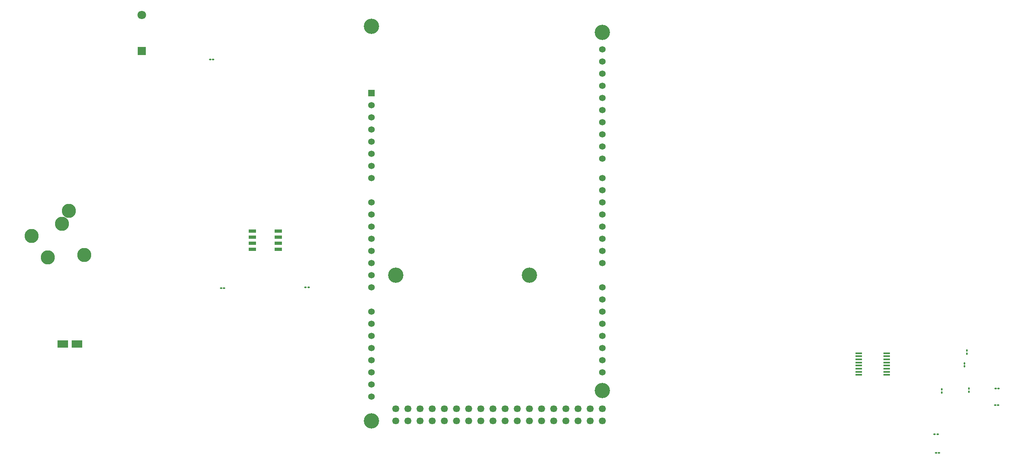
<source format=gbr>
%TF.GenerationSoftware,KiCad,Pcbnew,(7.0.0)*%
%TF.CreationDate,2023-04-07T11:52:31+02:00*%
%TF.ProjectId,projet codepo test,70726f6a-6574-4206-936f-6465706f2074,rev?*%
%TF.SameCoordinates,PX7414cc0PY6f80ec0*%
%TF.FileFunction,Soldermask,Top*%
%TF.FilePolarity,Negative*%
%FSLAX46Y46*%
G04 Gerber Fmt 4.6, Leading zero omitted, Abs format (unit mm)*
G04 Created by KiCad (PCBNEW (7.0.0)) date 2023-04-07 11:52:31*
%MOMM*%
%LPD*%
G01*
G04 APERTURE LIST*
G04 Aperture macros list*
%AMRoundRect*
0 Rectangle with rounded corners*
0 $1 Rounding radius*
0 $2 $3 $4 $5 $6 $7 $8 $9 X,Y pos of 4 corners*
0 Add a 4 corners polygon primitive as box body*
4,1,4,$2,$3,$4,$5,$6,$7,$8,$9,$2,$3,0*
0 Add four circle primitives for the rounded corners*
1,1,$1+$1,$2,$3*
1,1,$1+$1,$4,$5*
1,1,$1+$1,$6,$7*
1,1,$1+$1,$8,$9*
0 Add four rect primitives between the rounded corners*
20,1,$1+$1,$2,$3,$4,$5,0*
20,1,$1+$1,$4,$5,$6,$7,0*
20,1,$1+$1,$6,$7,$8,$9,0*
20,1,$1+$1,$8,$9,$2,$3,0*%
G04 Aperture macros list end*
%ADD10C,2.955000*%
%ADD11RoundRect,0.100000X0.130000X0.100000X-0.130000X0.100000X-0.130000X-0.100000X0.130000X-0.100000X0*%
%ADD12RoundRect,0.100000X-0.130000X-0.100000X0.130000X-0.100000X0.130000X0.100000X-0.130000X0.100000X0*%
%ADD13RoundRect,0.100000X0.100000X-0.130000X0.100000X0.130000X-0.100000X0.130000X-0.100000X-0.130000X0*%
%ADD14R,1.800000X1.800000*%
%ADD15C,1.800000*%
%ADD16R,1.475000X0.450000*%
%ADD17C,3.200000*%
%ADD18C,1.358000*%
%ADD19C,1.458000*%
%ADD20R,1.358000X1.358000*%
%ADD21R,2.200000X1.600000*%
%ADD22R,1.528000X0.650000*%
%ADD23RoundRect,0.100000X-0.100000X0.130000X-0.100000X-0.130000X0.100000X-0.130000X0.100000X0.130000X0*%
G04 APERTURE END LIST*
D10*
%TO.C,J1*%
X-68495000Y43795000D03*
X-60695000Y48995000D03*
X-62095000Y46295000D03*
X-57495000Y39795000D03*
X-65095000Y39295000D03*
%TD*%
D11*
%TO.C,R10*%
X120921000Y2270000D03*
X120281000Y2270000D03*
%TD*%
D12*
%TO.C,R8*%
X-31135000Y80720000D03*
X-30495000Y80720000D03*
%TD*%
D13*
%TO.C,R3*%
X121756000Y11030000D03*
X121756000Y11670000D03*
%TD*%
D12*
%TO.C,R7*%
X-28860000Y32845000D03*
X-28220000Y32845000D03*
%TD*%
D14*
%TO.C,TH1*%
X-45444999Y82469999D03*
D15*
X-45445000Y89970000D03*
%TD*%
D16*
%TO.C,IC2*%
X110305999Y14694999D03*
X110305999Y15344999D03*
X110305999Y15994999D03*
X110305999Y16644999D03*
X110305999Y17294999D03*
X110305999Y17944999D03*
X110305999Y18594999D03*
X110305999Y19244999D03*
X104429999Y19244999D03*
X104429999Y18594999D03*
X104429999Y17944999D03*
X104429999Y17294999D03*
X104429999Y16644999D03*
X104429999Y15994999D03*
X104429999Y15344999D03*
X104429999Y14694999D03*
%TD*%
D17*
%TO.C,Arduino1*%
X2540000Y87630000D03*
X2540000Y5080000D03*
X7620000Y35560000D03*
X35560000Y35560000D03*
X50800000Y86360000D03*
X50800000Y11430000D03*
D18*
X50800000Y38100000D03*
X50800000Y40640000D03*
X50800000Y43180000D03*
X50800000Y45720000D03*
X2540000Y66040000D03*
X50800000Y48260000D03*
X50800000Y50800000D03*
X2540000Y63500000D03*
D19*
X50800000Y7620000D03*
X50800000Y5080000D03*
D18*
X50800000Y53340000D03*
X50800000Y55880000D03*
X50800000Y59944000D03*
X50800000Y62484000D03*
X50800000Y65024000D03*
X50800000Y67564000D03*
X50800000Y70104000D03*
X50800000Y72644000D03*
X50800000Y33020000D03*
X50800000Y30480000D03*
X50800000Y27940000D03*
X50800000Y25400000D03*
X50800000Y22860000D03*
X50800000Y20320000D03*
X50800000Y17780000D03*
X50800000Y15240000D03*
D19*
X48260000Y7620000D03*
X48260000Y5080000D03*
X45720000Y7620000D03*
X45720000Y5080000D03*
X43180000Y7620000D03*
X43180000Y5080000D03*
X40640000Y7620000D03*
X40640000Y5080000D03*
X38100000Y7620000D03*
X38100000Y5080000D03*
X35560000Y7620000D03*
X35560000Y5080000D03*
X33020000Y7620000D03*
X33020000Y5080000D03*
X30480000Y7620000D03*
X30480000Y5080000D03*
X27940000Y7620000D03*
X27940000Y5080000D03*
X25400000Y7620000D03*
X25400000Y5080000D03*
X22860000Y7620000D03*
X22860000Y5080000D03*
X20320000Y7620000D03*
X20320000Y5080000D03*
X17780000Y7620000D03*
X17780000Y5080000D03*
X15240000Y7620000D03*
X15240000Y5080000D03*
X12700000Y7620000D03*
X12700000Y5080000D03*
X10160000Y7620000D03*
X10160000Y5080000D03*
D18*
X2540000Y50800000D03*
X2540000Y48260000D03*
X2540000Y45720000D03*
X2540000Y43180000D03*
X2540000Y40640000D03*
X2540000Y38100000D03*
X2540000Y35560000D03*
X2540000Y33020000D03*
X2540000Y27940000D03*
X2540000Y25400000D03*
X2540000Y22860000D03*
X2540000Y20320000D03*
X50800000Y77724000D03*
X2540000Y12700000D03*
X2540000Y10160000D03*
X2540000Y17780000D03*
X2540000Y15240000D03*
X2540000Y60960000D03*
X2540000Y58420000D03*
X50800000Y75184000D03*
D19*
X7620000Y7620000D03*
X7620000Y5080000D03*
D18*
X2540000Y71120000D03*
D20*
X2539999Y73659999D03*
D18*
X2540000Y68580000D03*
X50800000Y82804000D03*
X50800000Y80264000D03*
X2540000Y55880000D03*
%TD*%
D12*
%TO.C,R9*%
X-11235000Y33020000D03*
X-10595000Y33020000D03*
%TD*%
%TO.C,R2*%
X132931000Y8420000D03*
X133571000Y8420000D03*
%TD*%
D13*
%TO.C,R6*%
X126536000Y16500000D03*
X126536000Y17140000D03*
%TD*%
D21*
%TO.C,C1*%
X-58969999Y21144999D03*
X-61969999Y21144999D03*
%TD*%
D12*
%TO.C,R11*%
X120566000Y-1630000D03*
X121206000Y-1630000D03*
%TD*%
D13*
%TO.C,R5*%
X127036000Y19150000D03*
X127036000Y19790000D03*
%TD*%
D22*
%TO.C,IC1*%
X-16883999Y40989999D03*
X-16883999Y42259999D03*
X-16883999Y43529999D03*
X-16883999Y44799999D03*
X-22305999Y44799999D03*
X-22305999Y43529999D03*
X-22305999Y42259999D03*
X-22305999Y40989999D03*
%TD*%
D23*
%TO.C,R4*%
X127456000Y11820000D03*
X127456000Y11180000D03*
%TD*%
D11*
%TO.C,R1*%
X133646000Y11895000D03*
X133006000Y11895000D03*
%TD*%
M02*

</source>
